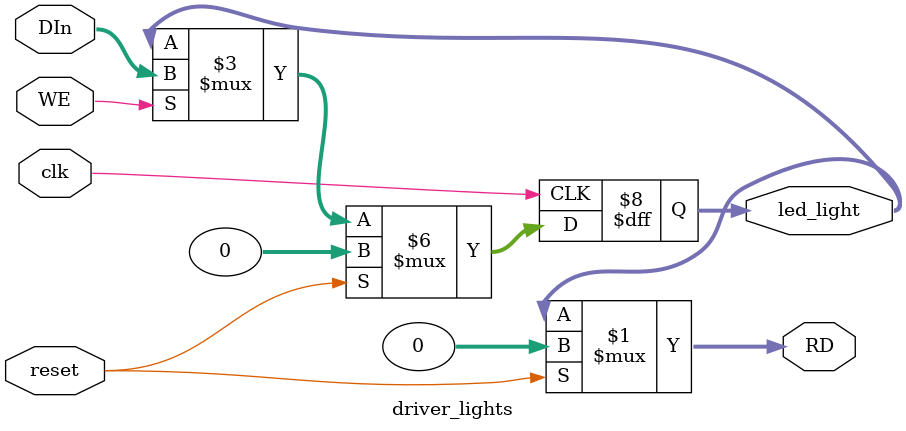
<source format=v>
`timescale 1ns / 1ps
module driver_lights(
    input [31:0] DIn,
    input WE,
    output [31:0] RD,
    input clk,
    input reset,
    output reg [31:0] led_light
    );
	 
	assign RD = (reset) ? 0:
					led_light;
	
	always@(posedge clk) begin
		if (reset)
			led_light <= 0;
		else if (WE)
			led_light <= DIn;
	end

endmodule

</source>
